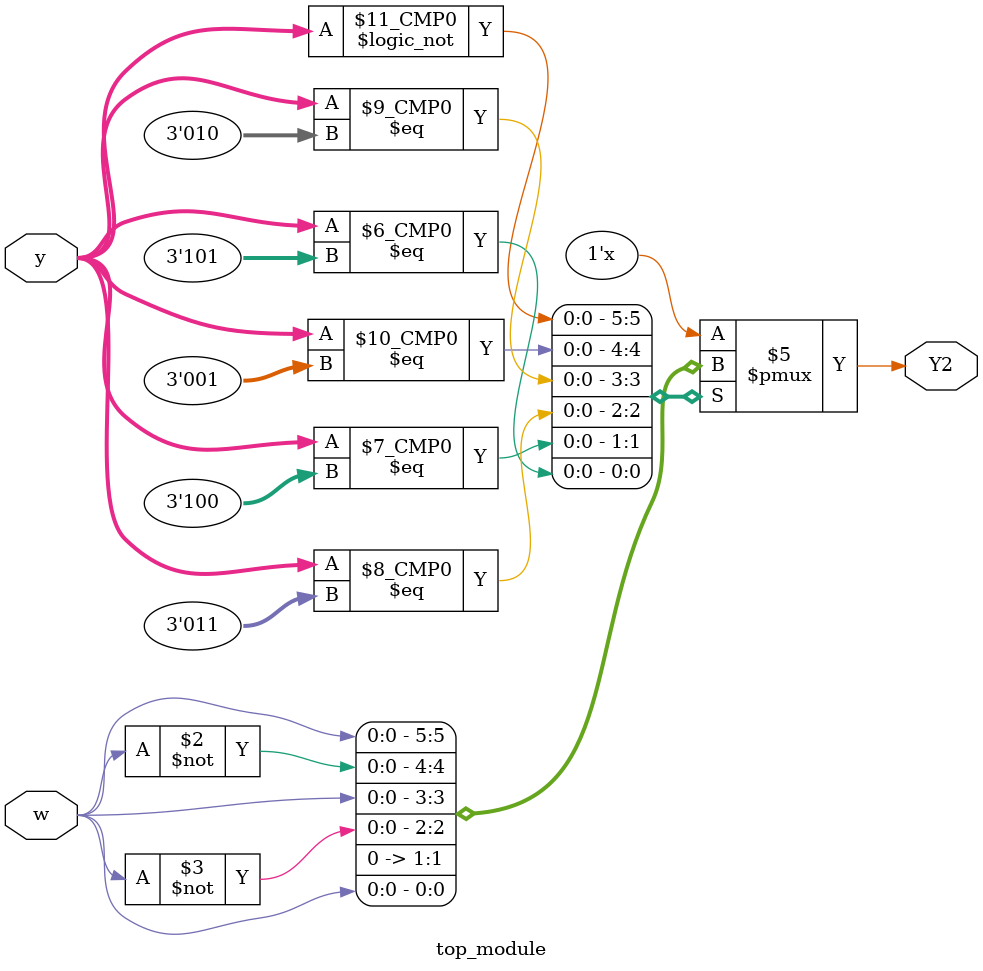
<source format=sv>
module top_module(
    input [3:1] y,
    input w,
    output reg Y2
);

always @(*) begin
    case (y)
        3'b000: Y2 = w;
        3'b001: Y2 = ~w;
        3'b010: Y2 = w;
        3'b011: Y2 = ~w;
        3'b100: Y2 = 1'b0;
        3'b101: Y2 = w;
        default: Y2 = 1'bx;
    endcase
end

endmodule

</source>
